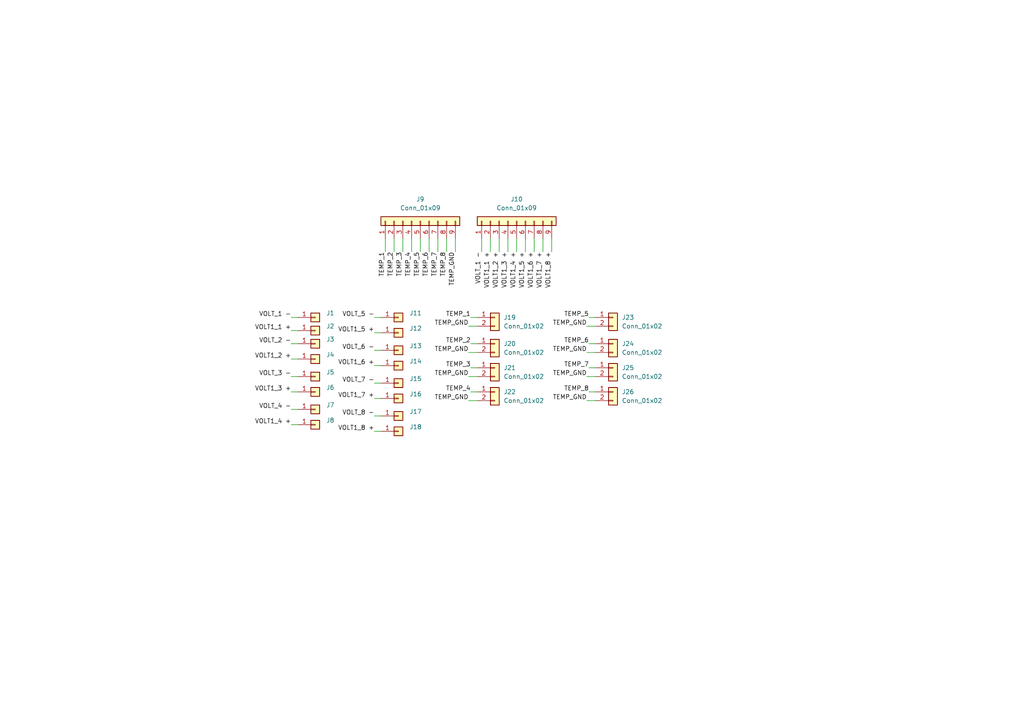
<source format=kicad_sch>
(kicad_sch (version 20250114) (generator "eeschema") (generator_version "9.0")
  (paper "A4")
  (lib_symbols
    (symbol "Connector_Generic:Conn_01x01" (pin_names (offset 1.016) (hide yes))
      (property "Reference" "J" (at 0 2.54 0))
      (property "Value" "Conn_01x01" (at 0 -2.54 0))
      (symbol "Conn_01x01_1_1"
        (rectangle (start -1.27 1.27) (end 1.27 -1.27) (stroke (width 0.254)) (fill (type background)))
        (rectangle (start -1.27 0.127) (end 0 -0.127) (stroke (width 0.1524)))
        (pin passive line (at -5.08 0 0) (length 3.81) (name "Pin_1") (number "1"))
      )
    )
    (symbol "Connector_Generic:Conn_01x02" (pin_names (offset 1.016) (hide yes))
      (property "Reference" "J" (at 0 2.54 0))
      (property "Value" "Conn_01x02" (at 0 -5.08 0))
      (symbol "Conn_01x02_1_1"
        (rectangle (start -1.27 1.27) (end 1.27 -3.81) (stroke (width 0.254)) (fill (type background)))
        (rectangle (start -1.27 0.127) (end 0 -0.127) (stroke (width 0.1524)))
        (rectangle (start -1.27 -2.413) (end 0 -2.667) (stroke (width 0.1524)))
        (pin passive line (at -5.08 0 0) (length 3.81) (name "Pin_1") (number "1"))
        (pin passive line (at -5.08 -2.54 0) (length 3.81) (name "Pin_2") (number "2"))
      )
    )
    (symbol "Connector_Generic:Conn_01x09" (pin_names (offset 1.016) (hide yes))
      (property "Reference" "J" (at 0 12.7 0))
      (property "Value" "Conn_01x09" (at 0 -12.7 0))
      (symbol "Conn_01x09_1_1"
        (rectangle (start -1.27 11.43) (end 1.27 -11.43) (stroke (width 0.254)) (fill (type background)))
        (rectangle (start -1.27 10.287) (end 0 10.033) (stroke (width 0.1524)))
        (rectangle (start -1.27 7.747) (end 0 7.493) (stroke (width 0.1524)))
        (rectangle (start -1.27 5.207) (end 0 4.953) (stroke (width 0.1524)))
        (rectangle (start -1.27 2.667) (end 0 2.413) (stroke (width 0.1524)))
        (rectangle (start -1.27 0.127) (end 0 -0.127) (stroke (width 0.1524)))
        (rectangle (start -1.27 -2.413) (end 0 -2.667) (stroke (width 0.1524)))
        (rectangle (start -1.27 -4.953) (end 0 -5.207) (stroke (width 0.1524)))
        (rectangle (start -1.27 -7.493) (end 0 -7.747) (stroke (width 0.1524)))
        (rectangle (start -1.27 -10.033) (end 0 -10.287) (stroke (width 0.1524)))
        (pin passive line (at -5.08 10.16 0) (length 3.81) (name "Pin_1") (number "1"))
        (pin passive line (at -5.08 7.62 0) (length 3.81) (name "Pin_2") (number "2"))
        (pin passive line (at -5.08 5.08 0) (length 3.81) (name "Pin_3") (number "3"))
        (pin passive line (at -5.08 2.54 0) (length 3.81) (name "Pin_4") (number "4"))
        (pin passive line (at -5.08 0 0) (length 3.81) (name "Pin_5") (number "5"))
        (pin passive line (at -5.08 -2.54 0) (length 3.81) (name "Pin_6") (number "6"))
        (pin passive line (at -5.08 -5.08 0) (length 3.81) (name "Pin_7") (number "7"))
        (pin passive line (at -5.08 -7.62 0) (length 3.81) (name "Pin_8") (number "8"))
        (pin passive line (at -5.08 -10.16 0) (length 3.81) (name "Pin_9") (number "9"))
      )
    )
  )
  (wire (pts (xy 135.89 109.22) (xy 138.43 109.22)))
  (wire (pts (xy 170.815 106.68) (xy 172.72 106.68)))
  (wire (pts (xy 170.18 109.22) (xy 172.72 109.22)))
  (wire (pts (xy 84.455 99.695) (xy 86.36 99.695)))
  (wire (pts (xy 114.3 69.215) (xy 114.3 73.025)))
  (wire (pts (xy 124.46 69.215) (xy 124.46 73.025)))
  (wire (pts (xy 108.585 120.65) (xy 110.49 120.65)))
  (wire (pts (xy 170.815 113.665) (xy 172.72 113.665)))
  (wire (pts (xy 135.89 94.615) (xy 138.43 94.615)))
  (wire (pts (xy 108.585 101.6) (xy 110.49 101.6)))
  (wire (pts (xy 136.525 92.075) (xy 138.43 92.075)))
  (wire (pts (xy 160.02 69.215) (xy 160.02 73.025)))
  (wire (pts (xy 129.54 69.215) (xy 129.54 73.025)))
  (wire (pts (xy 127 69.215) (xy 127 73.025)))
  (wire (pts (xy 136.525 106.68) (xy 138.43 106.68)))
  (wire (pts (xy 152.4 69.215) (xy 152.4 73.025)))
  (wire (pts (xy 135.89 116.205) (xy 138.43 116.205)))
  (wire (pts (xy 170.18 94.615) (xy 172.72 94.615)))
  (wire (pts (xy 84.455 104.14) (xy 86.36 104.14)))
  (wire (pts (xy 108.585 125.095) (xy 110.49 125.095)))
  (wire (pts (xy 154.94 69.215) (xy 154.94 73.025)))
  (wire (pts (xy 136.525 99.695) (xy 138.43 99.695)))
  (wire (pts (xy 142.24 69.215) (xy 142.24 73.025)))
  (wire (pts (xy 135.89 102.235) (xy 138.43 102.235)))
  (wire (pts (xy 121.92 69.215) (xy 121.92 73.025)))
  (wire (pts (xy 116.84 69.215) (xy 116.84 73.025)))
  (wire (pts (xy 108.585 92.075) (xy 110.49 92.075)))
  (wire (pts (xy 84.455 123.19) (xy 86.36 123.19)))
  (wire (pts (xy 84.455 109.22) (xy 86.36 109.22)))
  (wire (pts (xy 149.86 69.215) (xy 149.86 73.025)))
  (wire (pts (xy 108.585 96.52) (xy 110.49 96.52)))
  (wire (pts (xy 144.78 69.215) (xy 144.78 73.025)))
  (wire (pts (xy 119.38 69.215) (xy 119.38 73.025)))
  (wire (pts (xy 84.455 118.745) (xy 86.36 118.745)))
  (wire (pts (xy 84.455 92.075) (xy 86.36 92.075)))
  (wire (pts (xy 84.455 113.665) (xy 86.36 113.665)))
  (wire (pts (xy 170.815 99.695) (xy 172.72 99.695)))
  (wire (pts (xy 139.7 69.215) (xy 139.7 73.025)))
  (wire (pts (xy 136.525 113.665) (xy 138.43 113.665)))
  (wire (pts (xy 108.585 115.57) (xy 110.49 115.57)))
  (wire (pts (xy 108.585 106.045) (xy 110.49 106.045)))
  (wire (pts (xy 170.18 116.205) (xy 172.72 116.205)))
  (wire (pts (xy 157.48 69.215) (xy 157.48 73.025)))
  (wire (pts (xy 108.585 111.125) (xy 110.49 111.125)))
  (wire (pts (xy 170.815 92.075) (xy 172.72 92.075)))
  (wire (pts (xy 111.76 69.215) (xy 111.76 73.025)))
  (wire (pts (xy 170.18 102.235) (xy 172.72 102.235)))
  (wire (pts (xy 84.455 95.885) (xy 86.36 95.885)))
  (wire (pts (xy 132.08 69.215) (xy 132.08 73.025)))
  (wire (pts (xy 147.32 69.215) (xy 147.32 73.025)))
  (label "VOLT_6 -" (at 108.585 101.6 180))
  (label "TEMP_1" (at 111.76 73.025 270))
  (label "VOLT1_7 +" (at 108.585 115.57 180))
  (label "TEMP_4" (at 119.38 73.025 270))
  (label "VOLT1_4 +" (at 149.86 73.025 270))
  (label "TEMP_GND" (at 170.18 94.615 180))
  (label "VOLT1_6 +" (at 108.585 106.045 180))
  (label "VOLT1_7 +" (at 157.48 73.025 270))
  (label "TEMP_GND" (at 170.18 102.235 180))
  (label "VOLT1_1 +" (at 84.455 95.885 180))
  (label "TEMP_6" (at 170.815 99.695 180))
  (label "TEMP_GND" (at 170.18 109.22 180))
  (label "VOLT1_8 +" (at 160.02 73.025 270))
  (label "TEMP_8" (at 170.815 113.665 180))
  (label "TEMP_GND" (at 132.08 73.025 270))
  (label "VOLT_2 -" (at 84.455 99.695 180))
  (label "VOLT_1 -" (at 139.7 73.025 270))
  (label "TEMP_GND" (at 135.89 109.22 180))
  (label "TEMP_8" (at 129.54 73.025 270))
  (label "TEMP_2" (at 136.525 99.695 180))
  (label "VOLT1_2 +" (at 144.78 73.025 270))
  (label "VOLT1_3 +" (at 147.32 73.025 270))
  (label "TEMP_GND" (at 135.89 116.205 180))
  (label "VOLT_3 -" (at 84.455 109.22 180))
  (label "TEMP_7" (at 127 73.025 270))
  (label "TEMP_5" (at 121.92 73.025 270))
  (label "VOLT_7 -" (at 108.585 111.125 180))
  (label "VOLT1_4 +" (at 84.455 123.19 180))
  (label "VOLT1_3 +" (at 84.455 113.665 180))
  (label "VOLT_4 -" (at 84.455 118.745 180))
  (label "VOLT_5 -" (at 108.585 92.075 180))
  (label "VOLT1_1 +" (at 142.24 73.025 270))
  (label "TEMP_3" (at 116.84 73.025 270))
  (label "TEMP_GND" (at 135.89 102.235 180))
  (label "VOLT_1 -" (at 84.455 92.075 180))
  (label "TEMP_1" (at 136.525 92.075 180))
  (label "TEMP_6" (at 124.46 73.025 270))
  (label "TEMP_GND" (at 135.89 94.615 180))
  (label "VOLT_8 -" (at 108.585 120.65 180))
  (label "VOLT1_8 +" (at 108.585 125.095 180))
  (label "TEMP_7" (at 170.815 106.68 180))
  (label "TEMP_GND" (at 170.18 116.205 180))
  (label "VOLT1_5 +" (at 152.4 73.025 270))
  (label "TEMP_2" (at 114.3 73.025 270))
  (label "VOLT1_5 +" (at 108.585 96.52 180))
  (label "TEMP_3" (at 136.525 106.68 180))
  (label "VOLT1_6 +" (at 154.94 73.025 270))
  (label "TEMP_5" (at 170.815 92.075 180))
  (label "TEMP_4" (at 136.525 113.665 180))
  (label "VOLT1_2 +" (at 84.455 104.14 180))
  (symbol (lib_id "Connector_Generic:Conn_01x01") (at 115.57 120.65 0) (unit 1)
    (property "Reference" "J17" (at 118.745 119.3799 0) (effects (justify left)))
    (property "Value" "Conn_01x01" (effects (hide yes)))
    (property "Footprint" "MountingHole:MountingHole_3.2mm_M3_DIN965_Pad_TopOnly" (effects (hide yes)))
    (property "Description" "Generic connector, single row, 01x01, script generated (kicad-library-utils/schlib/autogen/connector/)" (effects (hide yes)))
  )
  (symbol (lib_id "Connector_Generic:Conn_01x01") (at 91.44 95.885 0) (unit 1)
    (property "Reference" "J2" (at 94.615 94.6149 0) (effects (justify left)))
    (property "Value" "Conn_01x01" (effects (hide yes)))
    (property "Footprint" "MountingHole:MountingHole_3.2mm_M3_DIN965_Pad_TopOnly" (effects (hide yes)))
    (property "Description" "Generic connector, single row, 01x01, script generated (kicad-library-utils/schlib/autogen/connector/)" (effects (hide yes)))
  )
  (symbol (lib_id "Connector_Generic:Conn_01x01") (at 91.44 104.14 0) (unit 1)
    (property "Reference" "J4" (at 94.615 102.8699 0) (effects (justify left)))
    (property "Value" "Conn_01x01" (effects (hide yes)))
    (property "Footprint" "MountingHole:MountingHole_3.2mm_M3_DIN965_Pad_TopOnly" (effects (hide yes)))
    (property "Description" "Generic connector, single row, 01x01, script generated (kicad-library-utils/schlib/autogen/connector/)" (effects (hide yes)))
  )
  (symbol (lib_id "Connector_Generic:Conn_01x01") (at 115.57 101.6 0) (unit 1)
    (property "Reference" "J13" (at 118.745 100.3299 0) (effects (justify left)))
    (property "Value" "Conn_01x01" (effects (hide yes)))
    (property "Footprint" "MountingHole:MountingHole_3.2mm_M3_DIN965_Pad_TopOnly" (effects (hide yes)))
    (property "Description" "Generic connector, single row, 01x01, script generated (kicad-library-utils/schlib/autogen/connector/)" (effects (hide yes)))
  )
  (symbol (lib_id "Connector_Generic:Conn_01x01") (at 91.44 92.075 0) (unit 1)
    (property "Reference" "J1" (at 94.615 90.8049 0) (effects (justify left)))
    (property "Value" "Conn_01x01" (effects (hide yes)))
    (property "Footprint" "MountingHole:MountingHole_3.2mm_M3_DIN965_Pad_TopOnly" (effects (hide yes)))
    (property "Description" "Generic connector, single row, 01x01, script generated (kicad-library-utils/schlib/autogen/connector/)" (effects (hide yes)))
  )
  (symbol (lib_id "Connector_Generic:Conn_01x01") (at 115.57 111.125 0) (unit 1)
    (property "Reference" "J15" (at 118.745 109.8549 0) (effects (justify left)))
    (property "Value" "Conn_01x01" (effects (hide yes)))
    (property "Footprint" "MountingHole:MountingHole_3.2mm_M3_DIN965_Pad_TopOnly" (effects (hide yes)))
    (property "Description" "Generic connector, single row, 01x01, script generated (kicad-library-utils/schlib/autogen/connector/)" (effects (hide yes)))
  )
  (symbol (lib_id "Connector_Generic:Conn_01x01") (at 91.44 109.22 0) (unit 1)
    (property "Reference" "J5" (at 94.615 107.9499 0) (effects (justify left)))
    (property "Value" "Conn_01x01" (effects (hide yes)))
    (property "Footprint" "MountingHole:MountingHole_3.2mm_M3_DIN965_Pad_TopOnly" (effects (hide yes)))
    (property "Description" "Generic connector, single row, 01x01, script generated (kicad-library-utils/schlib/autogen/connector/)" (effects (hide yes)))
  )
  (symbol (lib_id "Connector_Generic:Conn_01x02") (at 143.51 106.68 0) (unit 1)
    (property "Reference" "J21" (at 146.05 106.6799 0) (effects (justify left)))
    (property "Value" "Conn_01x02" (at 146.05 109.2199 0) (effects (justify left)))
    (property "Footprint" "Connector_Molex:Molex_Nano-Fit_105309-xx02_1x02_P2.50mm_Vertical" (effects (hide yes)))
    (property "Description" "Generic connector, single row, 01x02, script generated (kicad-library-utils/schlib/autogen/connector/)" (effects (hide yes)))
  )
  (symbol (lib_id "Connector_Generic:Conn_01x02") (at 143.51 113.665 0) (unit 1)
    (property "Reference" "J22" (at 146.05 113.6649 0) (effects (justify left)))
    (property "Value" "Conn_01x02" (at 146.05 116.2049 0) (effects (justify left)))
    (property "Footprint" "Connector_Molex:Molex_Nano-Fit_105309-xx02_1x02_P2.50mm_Vertical" (effects (hide yes)))
    (property "Description" "Generic connector, single row, 01x02, script generated (kicad-library-utils/schlib/autogen/connector/)" (effects (hide yes)))
  )
  (symbol (lib_id "Connector_Generic:Conn_01x02") (at 143.51 99.695 0) (unit 1)
    (property "Reference" "J20" (at 146.05 99.6949 0) (effects (justify left)))
    (property "Value" "Conn_01x02" (at 146.05 102.2349 0) (effects (justify left)))
    (property "Footprint" "Connector_Molex:Molex_Nano-Fit_105309-xx02_1x02_P2.50mm_Vertical" (effects (hide yes)))
    (property "Description" "Generic connector, single row, 01x02, script generated (kicad-library-utils/schlib/autogen/connector/)" (effects (hide yes)))
  )
  (symbol (lib_id "Connector_Generic:Conn_01x01") (at 115.57 106.045 0) (unit 1)
    (property "Reference" "J14" (at 118.745 104.7749 0) (effects (justify left)))
    (property "Value" "Conn_01x01" (effects (hide yes)))
    (property "Footprint" "MountingHole:MountingHole_3.2mm_M3_DIN965_Pad_TopOnly" (effects (hide yes)))
    (property "Description" "Generic connector, single row, 01x01, script generated (kicad-library-utils/schlib/autogen/connector/)" (effects (hide yes)))
  )
  (symbol (lib_id "Connector_Generic:Conn_01x01") (at 115.57 115.57 0) (unit 1)
    (property "Reference" "J16" (at 118.745 114.2999 0) (effects (justify left)))
    (property "Value" "Conn_01x01" (effects (hide yes)))
    (property "Footprint" "MountingHole:MountingHole_3.2mm_M3_DIN965_Pad_TopOnly" (effects (hide yes)))
    (property "Description" "Generic connector, single row, 01x01, script generated (kicad-library-utils/schlib/autogen/connector/)" (effects (hide yes)))
  )
  (symbol (lib_id "Connector_Generic:Conn_01x02") (at 143.51 92.075 0) (unit 1)
    (property "Reference" "J19" (at 146.05 92.0749 0) (effects (justify left)))
    (property "Value" "Conn_01x02" (at 146.05 94.6149 0) (effects (justify left)))
    (property "Footprint" "Connector_Molex:Molex_Nano-Fit_105309-xx02_1x02_P2.50mm_Vertical" (effects (hide yes)))
    (property "Description" "Generic connector, single row, 01x02, script generated (kicad-library-utils/schlib/autogen/connector/)" (effects (hide yes)))
  )
  (symbol (lib_id "Connector_Generic:Conn_01x01") (at 115.57 96.52 0) (unit 1)
    (property "Reference" "J12" (at 118.745 95.2499 0) (effects (justify left)))
    (property "Value" "Conn_01x01" (effects (hide yes)))
    (property "Footprint" "MountingHole:MountingHole_3.2mm_M3_DIN965_Pad_TopOnly" (effects (hide yes)))
    (property "Description" "Generic connector, single row, 01x01, script generated (kicad-library-utils/schlib/autogen/connector/)" (effects (hide yes)))
  )
  (symbol (lib_id "Connector_Generic:Conn_01x01") (at 91.44 99.695 0) (unit 1)
    (property "Reference" "J3" (at 94.615 98.4249 0) (effects (justify left)))
    (property "Value" "Conn_01x01" (effects (hide yes)))
    (property "Footprint" "MountingHole:MountingHole_3.2mm_M3_DIN965_Pad_TopOnly" (effects (hide yes)))
    (property "Description" "Generic connector, single row, 01x01, script generated (kicad-library-utils/schlib/autogen/connector/)" (effects (hide yes)))
  )
  (symbol (lib_id "Connector_Generic:Conn_01x09") (at 121.92 64.135 90) (unit 1)
    (property "Reference" "J9" (at 121.92 57.785 90))
    (property "Value" "Conn_01x09" (at 121.92 60.325 90))
    (property "Footprint" "footprints:CON_436500915_MOL" (effects (hide yes)))
    (property "Description" "Generic connector, single row, 01x09, script generated (kicad-library-utils/schlib/autogen/connector/)" (effects (hide yes)))
  )
  (symbol (lib_id "Connector_Generic:Conn_01x01") (at 115.57 125.095 0) (unit 1)
    (property "Reference" "J18" (at 118.745 123.8249 0) (effects (justify left)))
    (property "Value" "Conn_01x01" (effects (hide yes)))
    (property "Footprint" "MountingHole:MountingHole_3.2mm_M3_DIN965_Pad_TopOnly" (effects (hide yes)))
    (property "Description" "Generic connector, single row, 01x01, script generated (kicad-library-utils/schlib/autogen/connector/)" (effects (hide yes)))
  )
  (symbol (lib_id "Connector_Generic:Conn_01x09") (at 149.86 64.135 90) (unit 1)
    (property "Reference" "J10" (at 149.86 57.785 90))
    (property "Value" "Conn_01x09" (at 149.86 60.325 90))
    (property "Footprint" "footprints:CON_436500915_MOL" (effects (hide yes)))
    (property "Description" "Generic connector, single row, 01x09, script generated (kicad-library-utils/schlib/autogen/connector/)" (effects (hide yes)))
  )
  (symbol (lib_id "Connector_Generic:Conn_01x02") (at 177.8 106.68 0) (unit 1)
    (property "Reference" "J25" (at 180.34 106.6799 0) (effects (justify left)))
    (property "Value" "Conn_01x02" (at 180.34 109.2199 0) (effects (justify left)))
    (property "Footprint" "Connector_Molex:Molex_Nano-Fit_105309-xx02_1x02_P2.50mm_Vertical" (effects (hide yes)))
    (property "Description" "Generic connector, single row, 01x02, script generated (kicad-library-utils/schlib/autogen/connector/)" (effects (hide yes)))
  )
  (symbol (lib_id "Connector_Generic:Conn_01x01") (at 91.44 113.665 0) (unit 1)
    (property "Reference" "J6" (at 94.615 112.3949 0) (effects (justify left)))
    (property "Value" "Conn_01x01" (effects (hide yes)))
    (property "Footprint" "MountingHole:MountingHole_3.2mm_M3_DIN965_Pad_TopOnly" (effects (hide yes)))
    (property "Description" "Generic connector, single row, 01x01, script generated (kicad-library-utils/schlib/autogen/connector/)" (effects (hide yes)))
  )
  (symbol (lib_id "Connector_Generic:Conn_01x01") (at 91.44 118.745 0) (unit 1)
    (property "Reference" "J7" (at 94.615 117.4749 0) (effects (justify left)))
    (property "Value" "Conn_01x01" (effects (hide yes)))
    (property "Footprint" "MountingHole:MountingHole_3.2mm_M3_DIN965_Pad_TopOnly" (effects (hide yes)))
    (property "Description" "Generic connector, single row, 01x01, script generated (kicad-library-utils/schlib/autogen/connector/)" (effects (hide yes)))
  )
  (symbol (lib_id "Connector_Generic:Conn_01x01") (at 115.57 92.075 0) (unit 1)
    (property "Reference" "J11" (at 118.745 90.8049 0) (effects (justify left)))
    (property "Value" "Conn_01x01" (effects (hide yes)))
    (property "Footprint" "MountingHole:MountingHole_3.2mm_M3_DIN965_Pad_TopOnly" (effects (hide yes)))
    (property "Description" "Generic connector, single row, 01x01, script generated (kicad-library-utils/schlib/autogen/connector/)" (effects (hide yes)))
  )
  (symbol (lib_id "Connector_Generic:Conn_01x02") (at 177.8 113.665 0) (unit 1)
    (property "Reference" "J26" (at 180.34 113.6649 0) (effects (justify left)))
    (property "Value" "Conn_01x02" (at 180.34 116.2049 0) (effects (justify left)))
    (property "Footprint" "Connector_Molex:Molex_Nano-Fit_105309-xx02_1x02_P2.50mm_Vertical" (effects (hide yes)))
    (property "Description" "Generic connector, single row, 01x02, script generated (kicad-library-utils/schlib/autogen/connector/)" (effects (hide yes)))
  )
  (symbol (lib_id "Connector_Generic:Conn_01x02") (at 177.8 92.075 0) (unit 1)
    (property "Reference" "J23" (at 180.34 92.0749 0) (effects (justify left)))
    (property "Value" "Conn_01x02" (at 180.34 94.6149 0) (effects (justify left)))
    (property "Footprint" "Connector_Molex:Molex_Nano-Fit_105309-xx02_1x02_P2.50mm_Vertical" (effects (hide yes)))
    (property "Description" "Generic connector, single row, 01x02, script generated (kicad-library-utils/schlib/autogen/connector/)" (effects (hide yes)))
  )
  (symbol (lib_id "Connector_Generic:Conn_01x01") (at 91.44 123.19 0) (unit 1)
    (property "Reference" "J8" (at 94.615 121.9199 0) (effects (justify left)))
    (property "Value" "Conn_01x01" (effects (hide yes)))
    (property "Footprint" "MountingHole:MountingHole_3.2mm_M3_DIN965_Pad_TopOnly" (effects (hide yes)))
    (property "Description" "Generic connector, single row, 01x01, script generated (kicad-library-utils/schlib/autogen/connector/)" (effects (hide yes)))
  )
  (symbol (lib_id "Connector_Generic:Conn_01x02") (at 177.8 99.695 0) (unit 1)
    (property "Reference" "J24" (at 180.34 99.6949 0) (effects (justify left)))
    (property "Value" "Conn_01x02" (at 180.34 102.2349 0) (effects (justify left)))
    (property "Footprint" "Connector_Molex:Molex_Nano-Fit_105309-xx02_1x02_P2.50mm_Vertical" (effects (hide yes)))
    (property "Description" "Generic connector, single row, 01x02, script generated (kicad-library-utils/schlib/autogen/connector/)" (effects (hide yes)))
  )
)
</source>
